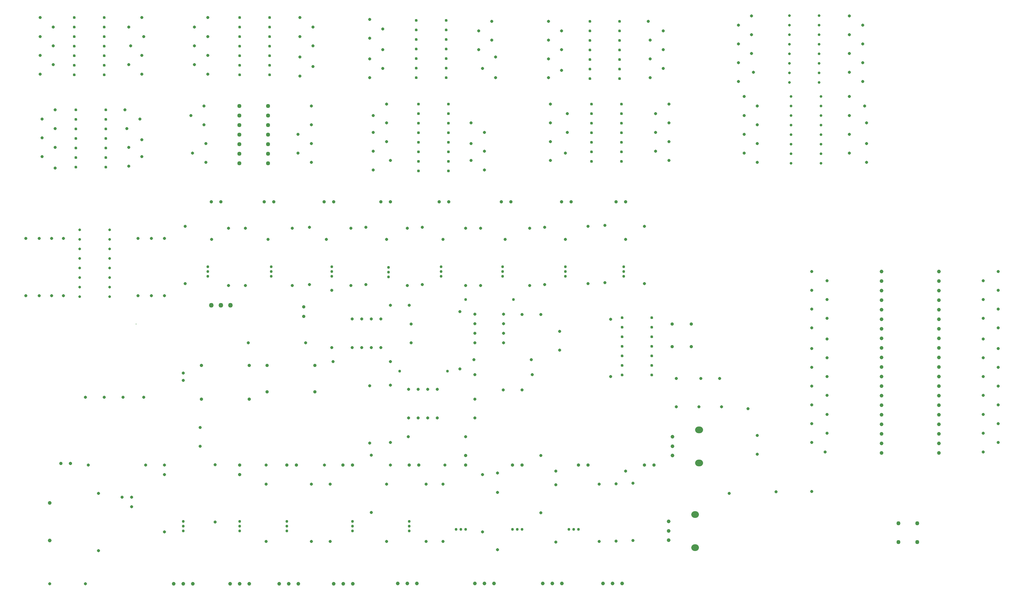
<source format=gbr>
%TF.GenerationSoftware,KiCad,Pcbnew,8.0.4*%
%TF.CreationDate,2024-09-18T10:13:40+03:00*%
%TF.ProjectId,Digital Electronic Trainer main pcb,44696769-7461-46c2-9045-6c656374726f,rev?*%
%TF.SameCoordinates,Original*%
%TF.FileFunction,Plated,1,2,PTH,Mixed*%
%TF.FilePolarity,Positive*%
%FSLAX46Y46*%
G04 Gerber Fmt 4.6, Leading zero omitted, Abs format (unit mm)*
G04 Created by KiCad (PCBNEW 8.0.4) date 2024-09-18 10:13:40*
%MOMM*%
%LPD*%
G01*
G04 APERTURE LIST*
%TA.AperFunction,ViaDrill*%
%ADD10C,0.300000*%
%TD*%
%TA.AperFunction,ComponentDrill*%
%ADD11C,0.740000*%
%TD*%
%TA.AperFunction,ComponentDrill*%
%ADD12C,0.750000*%
%TD*%
%TA.AperFunction,ComponentDrill*%
%ADD13C,0.770000*%
%TD*%
%TA.AperFunction,ComponentDrill*%
%ADD14C,0.780000*%
%TD*%
%TA.AperFunction,ComponentDrill*%
%ADD15C,0.800000*%
%TD*%
%TA.AperFunction,ComponentDrill*%
%ADD16C,0.812800*%
%TD*%
%TA.AperFunction,ComponentDrill*%
%ADD17C,0.900000*%
%TD*%
%TA.AperFunction,ComponentDrill*%
%ADD18C,1.000000*%
%TD*%
%TA.AperFunction,ComponentDrill*%
%ADD19C,1.100000*%
%TD*%
%TA.AperFunction,ComponentDrill*%
%ADD20C,1.117600*%
%TD*%
%TA.AperFunction,ComponentDrill*%
%ADD21C,1.270000*%
%TD*%
G04 aperture for slot hole*
%TA.AperFunction,ComponentDrill*%
%ADD22C,1.800000*%
%TD*%
G04 APERTURE END LIST*
D10*
X45000000Y-100000000D03*
X45000000Y-100000000D03*
X45000000Y-100000000D03*
D11*
%TO.C,U14*%
X30000000Y-74920000D03*
X30000000Y-77460000D03*
X30000000Y-80000000D03*
X30000000Y-82540000D03*
X30000000Y-85080000D03*
X30000000Y-87620000D03*
X30000000Y-90160000D03*
X30000000Y-92700000D03*
X37940000Y-74920000D03*
X37940000Y-77460000D03*
X37940000Y-80000000D03*
X37940000Y-82540000D03*
X37940000Y-85080000D03*
X37940000Y-87620000D03*
X37940000Y-90160000D03*
X37940000Y-92700000D03*
%TO.C,J-K_F.F*%
X218500000Y-17960000D03*
X218500000Y-20500000D03*
X218500000Y-23040000D03*
X218500000Y-25580000D03*
X218500000Y-28120000D03*
X218500000Y-30660000D03*
X218500000Y-33200000D03*
X218500000Y-35740000D03*
X219000000Y-39460000D03*
X219000000Y-42000000D03*
X219000000Y-44540000D03*
X219000000Y-47080000D03*
X219000000Y-49620000D03*
X219000000Y-52160000D03*
X219000000Y-54700000D03*
X219000000Y-57240000D03*
X226440000Y-17960000D03*
X226440000Y-20500000D03*
X226440000Y-23040000D03*
X226440000Y-25580000D03*
X226440000Y-28120000D03*
X226440000Y-30660000D03*
X226440000Y-33200000D03*
X226440000Y-35740000D03*
X226940000Y-39460000D03*
X226940000Y-42000000D03*
X226940000Y-44540000D03*
X226940000Y-47080000D03*
X226940000Y-49620000D03*
X226940000Y-52160000D03*
X226940000Y-54700000D03*
X226940000Y-57240000D03*
D12*
%TO.C,Q1*%
X57500000Y-152460000D03*
X57500000Y-153730000D03*
X57500000Y-155000000D03*
%TO.C,Q9*%
X64000000Y-84730000D03*
X64000000Y-86000000D03*
X64000000Y-87270000D03*
%TO.C,Q2*%
X72500000Y-152460000D03*
X72500000Y-153730000D03*
X72500000Y-155000000D03*
%TO.C,Q10*%
X80860000Y-84730000D03*
X80860000Y-86000000D03*
X80860000Y-87270000D03*
%TO.C,Q3*%
X85000000Y-152460000D03*
X85000000Y-153730000D03*
X85000000Y-155000000D03*
%TO.C,Q11*%
X97000000Y-84730000D03*
X97000000Y-86000000D03*
X97000000Y-87270000D03*
%TO.C,Q4*%
X102500000Y-152500000D03*
X102500000Y-153770000D03*
X102500000Y-155040000D03*
%TO.C,Q12*%
X112000000Y-84960000D03*
X112000000Y-86230000D03*
X112000000Y-87500000D03*
%TO.C,D34*%
X115000000Y-112500000D03*
%TO.C,Q5*%
X117500000Y-152500000D03*
X117500000Y-153770000D03*
X117500000Y-155040000D03*
%TO.C,Q13*%
X126000000Y-84730000D03*
X126000000Y-86000000D03*
X126000000Y-87270000D03*
%TO.C,D34*%
X127700000Y-112500000D03*
%TO.C,Q6*%
X129960000Y-154600000D03*
X131230000Y-154600000D03*
%TO.C,D33*%
X132500000Y-93460000D03*
%TO.C,Q6*%
X132500000Y-154600000D03*
%TO.C,Q14*%
X142360000Y-84730000D03*
X142360000Y-86000000D03*
X142360000Y-87270000D03*
%TO.C,Q7*%
X144960000Y-154600000D03*
%TO.C,D33*%
X145200000Y-93460000D03*
%TO.C,Q7*%
X146230000Y-154600000D03*
X147500000Y-154600000D03*
%TO.C,Q15*%
X159000000Y-84730000D03*
X159000000Y-86000000D03*
X159000000Y-87270000D03*
%TO.C,Q8*%
X159960000Y-154600000D03*
X161230000Y-154600000D03*
X162500000Y-154600000D03*
%TO.C,Q16*%
X174500000Y-84730000D03*
X174500000Y-86000000D03*
X174500000Y-87270000D03*
D13*
%TO.C,IC1-7400*%
X28560000Y-18500000D03*
X28560000Y-21040000D03*
X28560000Y-23580000D03*
X28560000Y-26120000D03*
X28560000Y-28660000D03*
X28560000Y-31200000D03*
X28560000Y-33740000D03*
%TO.C,IC5-7404*%
X29000000Y-43000000D03*
X29000000Y-45540000D03*
X29000000Y-48080000D03*
X29000000Y-50620000D03*
X29000000Y-53160000D03*
X29000000Y-55700000D03*
X29000000Y-58240000D03*
%TO.C,IC1-7400*%
X36500000Y-18500000D03*
X36500000Y-21040000D03*
X36500000Y-23580000D03*
X36500000Y-26120000D03*
X36500000Y-28660000D03*
X36500000Y-31200000D03*
X36500000Y-33740000D03*
%TO.C,IC5-7404*%
X36940000Y-43000000D03*
X36940000Y-45540000D03*
X36940000Y-48080000D03*
X36940000Y-50620000D03*
X36940000Y-53160000D03*
X36940000Y-55700000D03*
X36940000Y-58240000D03*
%TO.C,IC2-7402*%
X72500000Y-18500000D03*
X72500000Y-21040000D03*
X72500000Y-23580000D03*
X72500000Y-26120000D03*
X72500000Y-28660000D03*
X72500000Y-31200000D03*
X72500000Y-33740000D03*
X80440000Y-18500000D03*
X80440000Y-21040000D03*
X80440000Y-23580000D03*
X80440000Y-26120000D03*
X80440000Y-28660000D03*
X80440000Y-31200000D03*
X80440000Y-33740000D03*
%TO.C,IC3-7408*%
X119390000Y-19265000D03*
X119390000Y-21805000D03*
X119390000Y-24345000D03*
X119390000Y-26885000D03*
X119390000Y-29425000D03*
X119390000Y-31965000D03*
X119390000Y-34505000D03*
X127330000Y-19265000D03*
X127330000Y-21805000D03*
X127330000Y-24345000D03*
X127330000Y-26885000D03*
X127330000Y-29425000D03*
X127330000Y-31965000D03*
X127330000Y-34505000D03*
%TO.C,IC4-7432*%
X165500000Y-19460000D03*
X165500000Y-22000000D03*
X165500000Y-24540000D03*
X165500000Y-27080000D03*
X165500000Y-29620000D03*
X165500000Y-32160000D03*
X165500000Y-34700000D03*
%TO.C,IC8-7486*%
X166000000Y-41500000D03*
X166000000Y-44040000D03*
X166000000Y-46580000D03*
X166000000Y-49120000D03*
X166000000Y-51660000D03*
X166000000Y-54200000D03*
X166000000Y-56740000D03*
%TO.C,IC4-7432*%
X173440000Y-19460000D03*
X173440000Y-22000000D03*
X173440000Y-24540000D03*
X173440000Y-27080000D03*
X173440000Y-29620000D03*
X173440000Y-32160000D03*
X173440000Y-34700000D03*
%TO.C,IC8-7486*%
X173940000Y-41500000D03*
X173940000Y-44040000D03*
X173940000Y-46580000D03*
X173940000Y-49120000D03*
X173940000Y-51660000D03*
X173940000Y-54200000D03*
X173940000Y-56740000D03*
%TO.C,U11*%
X174060000Y-98260000D03*
X174060000Y-100800000D03*
X174060000Y-103340000D03*
X174060000Y-105880000D03*
X174060000Y-108420000D03*
X174060000Y-110960000D03*
X174060000Y-113500000D03*
X182000000Y-98260000D03*
X182000000Y-100800000D03*
X182000000Y-103340000D03*
X182000000Y-105880000D03*
X182000000Y-108420000D03*
X182000000Y-110960000D03*
X182000000Y-113500000D03*
D14*
%TO.C,IC7-7495*%
X120000000Y-41460000D03*
X120000000Y-44000000D03*
X120000000Y-46540000D03*
X120000000Y-49080000D03*
X120000000Y-51620000D03*
X120000000Y-54160000D03*
X120000000Y-56700000D03*
X120000000Y-59240000D03*
X127940000Y-41460000D03*
X127940000Y-44000000D03*
X127940000Y-46540000D03*
X127940000Y-49080000D03*
X127940000Y-51620000D03*
X127940000Y-54160000D03*
X127940000Y-56700000D03*
X127940000Y-59240000D03*
D15*
%TO.C,R52*%
X15700000Y-77200000D03*
X15700000Y-92440000D03*
%TO.C,R51*%
X19200000Y-77200000D03*
X19200000Y-92440000D03*
%TO.C,J115*%
X19500000Y-18500000D03*
%TO.C,J124*%
X19500000Y-23500000D03*
%TO.C,J119*%
X19500000Y-28500000D03*
%TO.C,J128*%
X19500000Y-33500000D03*
%TO.C,J136*%
X20000000Y-45500000D03*
%TO.C,J137*%
X20000000Y-50500000D03*
%TO.C,J138*%
X20000000Y-55500000D03*
%TO.C,J211*%
X22000000Y-169100000D03*
%TO.C,R50*%
X22500000Y-77260000D03*
X22500000Y-92500000D03*
%TO.C,J117*%
X23000000Y-21000000D03*
%TO.C,J118*%
X23000000Y-26000000D03*
%TO.C,J125*%
X23000000Y-31000000D03*
%TO.C,J129*%
X23500000Y-43000000D03*
%TO.C,J130*%
X23500000Y-48000000D03*
%TO.C,J131*%
X23500000Y-53000000D03*
%TO.C,J141*%
X23500000Y-58500000D03*
%TO.C,R49*%
X25700000Y-77260000D03*
X25700000Y-92500000D03*
%TO.C,J216*%
X31500000Y-119500000D03*
%TO.C,J212*%
X31500000Y-169100000D03*
%TO.C,R2*%
X32260000Y-137500000D03*
%TO.C,R1*%
X35000000Y-145000000D03*
X35000000Y-160240000D03*
%TO.C,J215*%
X36500000Y-119500000D03*
%TO.C,J214*%
X41500000Y-119500000D03*
%TO.C,J135*%
X42000000Y-43000000D03*
%TO.C,J142*%
X42500000Y-48000000D03*
%TO.C,J123*%
X43000000Y-21000000D03*
%TO.C,J120*%
X43000000Y-31000000D03*
%TO.C,J140*%
X43000000Y-53000000D03*
%TO.C,J139*%
X43000000Y-58000000D03*
%TO.C,J127*%
X43500000Y-26000000D03*
%TO.C,R46*%
X45500000Y-77260000D03*
X45500000Y-92500000D03*
%TO.C,J134*%
X46000000Y-45500000D03*
%TO.C,J116*%
X46500000Y-18500000D03*
%TO.C,J121*%
X46500000Y-28500000D03*
%TO.C,J126*%
X46500000Y-33500000D03*
%TO.C,J133*%
X46500000Y-51000000D03*
%TO.C,J132*%
X46500000Y-55500000D03*
%TO.C,J122*%
X47000000Y-23500000D03*
%TO.C,J213*%
X47000000Y-119500000D03*
%TO.C,R2*%
X47500000Y-137500000D03*
%TO.C,R47*%
X49000000Y-77260000D03*
X49000000Y-92500000D03*
%TO.C,R48*%
X52500000Y-77260000D03*
X52500000Y-92500000D03*
%TO.C,J210*%
X52500000Y-137500000D03*
%TO.C,R3*%
X52500000Y-140000000D03*
X52500000Y-155240000D03*
%TO.C,C8*%
X57500000Y-113000000D03*
X57500000Y-115000000D03*
%TO.C,R20*%
X58000000Y-74000000D03*
X58000000Y-89240000D03*
%TO.C,J111*%
X59500000Y-44500000D03*
%TO.C,J113*%
X60000000Y-54500000D03*
%TO.C,J90*%
X60500000Y-21000000D03*
%TO.C,J91*%
X60500000Y-26000000D03*
%TO.C,J99*%
X60500000Y-31000000D03*
%TO.C,C7*%
X62000000Y-127500000D03*
X62000000Y-132500000D03*
%TO.C,J110*%
X63000000Y-42000000D03*
%TO.C,J112*%
X63000000Y-47000000D03*
%TO.C,J103*%
X63500000Y-52000000D03*
%TO.C,J114*%
X63500000Y-57000000D03*
%TO.C,J89*%
X64000000Y-18500000D03*
%TO.C,J98*%
X64000000Y-23500000D03*
%TO.C,J92*%
X64000000Y-28500000D03*
%TO.C,J102*%
X64000000Y-33500000D03*
%TO.C,J195*%
X65000000Y-77500000D03*
%TO.C,R4*%
X66000000Y-137380000D03*
X66000000Y-152620000D03*
%TO.C,R21*%
X69500000Y-74500000D03*
X69500000Y-89740000D03*
%TO.C,R22*%
X74000000Y-74500000D03*
X74000000Y-89740000D03*
%TO.C,R37*%
X74760000Y-105000000D03*
%TO.C,J209*%
X79500000Y-137500000D03*
%TO.C,R5*%
X79500000Y-142600000D03*
X79500000Y-157840000D03*
%TO.C,J196*%
X80000000Y-77500000D03*
%TO.C,R23*%
X86500000Y-74500000D03*
X86500000Y-89740000D03*
%TO.C,J107*%
X88000000Y-49500000D03*
%TO.C,J105*%
X88000000Y-54500000D03*
%TO.C,J97*%
X88500000Y-18500000D03*
%TO.C,J95*%
X88500000Y-23500000D03*
%TO.C,J94*%
X88500000Y-29000000D03*
%TO.C,J100*%
X88500000Y-34000000D03*
%TO.C,R37*%
X90000000Y-105000000D03*
%TO.C,R24*%
X91000000Y-74260000D03*
X91000000Y-89500000D03*
%TO.C,J109*%
X91500000Y-42000000D03*
%TO.C,J104*%
X91500000Y-47000000D03*
%TO.C,J108*%
X91500000Y-52000000D03*
%TO.C,J106*%
X91500000Y-57000000D03*
%TO.C,R6*%
X91500000Y-142600000D03*
X91500000Y-157840000D03*
%TO.C,J96*%
X92000000Y-21000000D03*
%TO.C,J101*%
X92000000Y-26000000D03*
%TO.C,J93*%
X92000000Y-31500000D03*
%TO.C,J208*%
X95000000Y-137500000D03*
%TO.C,J197*%
X95500000Y-77500000D03*
%TO.C,R7*%
X96500000Y-142600000D03*
X96500000Y-157840000D03*
%TO.C,R36*%
X97000000Y-91000000D03*
X97000000Y-106240000D03*
%TO.C,R38*%
X97260000Y-110000000D03*
%TO.C,R25*%
X102000000Y-74500000D03*
X102000000Y-89740000D03*
%TO.C,U1*%
X102380000Y-98680000D03*
X102380000Y-106300000D03*
X104920000Y-98680000D03*
X104920000Y-106300000D03*
%TO.C,R26*%
X106000000Y-74260000D03*
X106000000Y-89500000D03*
%TO.C,J81*%
X107000000Y-19000000D03*
%TO.C,J77*%
X107000000Y-24000000D03*
%TO.C,J84*%
X107000000Y-29500000D03*
%TO.C,J75*%
X107000000Y-34500000D03*
%TO.C,R43*%
X107000000Y-116460000D03*
X107000000Y-131700000D03*
%TO.C,U1*%
X107460000Y-98680000D03*
X107460000Y-106300000D03*
%TO.C,R8*%
X107500000Y-134880000D03*
X107500000Y-150120000D03*
%TO.C,J68*%
X108000000Y-44500000D03*
%TO.C,J70*%
X108000000Y-49000000D03*
%TO.C,J72*%
X108000000Y-54000000D03*
%TO.C,J74*%
X108000000Y-59000000D03*
%TO.C,U1*%
X110000000Y-98680000D03*
X110000000Y-106300000D03*
%TO.C,J82*%
X110500000Y-21500000D03*
%TO.C,J83*%
X110500000Y-27000000D03*
%TO.C,J78*%
X110500000Y-32000000D03*
%TO.C,J67*%
X111500000Y-41500000D03*
%TO.C,J69*%
X111500000Y-46500000D03*
%TO.C,J71*%
X111500000Y-51500000D03*
%TO.C,J198*%
X111500000Y-77500000D03*
%TO.C,R9*%
X111500000Y-142600000D03*
X111500000Y-157840000D03*
%TO.C,J66*%
X112500000Y-56500000D03*
%TO.C,C1*%
X112500000Y-95000000D03*
%TO.C,R38*%
X112500000Y-110000000D03*
%TO.C,R42*%
X112500000Y-116220000D03*
X112500000Y-131460000D03*
%TO.C,J207*%
X112500000Y-137500000D03*
%TO.C,R27*%
X117000000Y-74500000D03*
X117000000Y-89740000D03*
%TO.C,R44*%
X117260000Y-130000000D03*
%TO.C,U3*%
X117380000Y-117380000D03*
X117380000Y-125000000D03*
%TO.C,C1*%
X117500000Y-95000000D03*
%TO.C,C2*%
X118000000Y-100000000D03*
X118000000Y-105000000D03*
%TO.C,U3*%
X119920000Y-117380000D03*
X119920000Y-125000000D03*
%TO.C,R28*%
X121000000Y-74260000D03*
X121000000Y-89500000D03*
%TO.C,R10*%
X122000000Y-142600000D03*
X122000000Y-157840000D03*
%TO.C,U3*%
X122460000Y-117380000D03*
X122460000Y-125000000D03*
X125000000Y-117380000D03*
X125000000Y-125000000D03*
%TO.C,J199*%
X126500000Y-77500000D03*
%TO.C,R11*%
X126500000Y-142600000D03*
X126500000Y-157840000D03*
%TO.C,J206*%
X127000000Y-137500000D03*
%TO.C,R39*%
X131000000Y-96720000D03*
X131000000Y-111960000D03*
%TO.C,R29*%
X132500000Y-74500000D03*
X132500000Y-89740000D03*
%TO.C,R44*%
X132500000Y-130000000D03*
%TO.C,J65*%
X134000000Y-46500000D03*
%TO.C,J62*%
X134000000Y-52000000D03*
%TO.C,J64*%
X134000000Y-56500000D03*
%TO.C,R40*%
X134760000Y-109460000D03*
%TO.C,U2*%
X135000000Y-97380000D03*
X135000000Y-99920000D03*
X135000000Y-102460000D03*
X135000000Y-105000000D03*
%TO.C,R41*%
X135000000Y-113460000D03*
%TO.C,C6*%
X135000000Y-120000000D03*
X135000000Y-125000000D03*
%TO.C,J88*%
X136000000Y-22000000D03*
%TO.C,J80*%
X136000000Y-27000000D03*
%TO.C,R30*%
X136500000Y-74500000D03*
X136500000Y-89740000D03*
%TO.C,J85*%
X137000000Y-32000000D03*
%TO.C,R12*%
X137000000Y-140000000D03*
X137000000Y-155240000D03*
%TO.C,J61*%
X137500000Y-49000000D03*
%TO.C,J63*%
X137500000Y-54000000D03*
%TO.C,J73*%
X137500000Y-59000000D03*
%TO.C,J76*%
X139500000Y-19500000D03*
%TO.C,J87*%
X139500000Y-24500000D03*
%TO.C,J86*%
X140500000Y-29000000D03*
%TO.C,J79*%
X140500000Y-34500000D03*
%TO.C,J205*%
X141000000Y-139600000D03*
%TO.C,R13*%
X141000000Y-144760000D03*
X141000000Y-160000000D03*
%TO.C,C5*%
X142500000Y-117500000D03*
%TO.C,U2*%
X142620000Y-97380000D03*
X142620000Y-99920000D03*
X142620000Y-102460000D03*
X142620000Y-105000000D03*
%TO.C,J200*%
X143000000Y-77500000D03*
%TO.C,C3*%
X147500000Y-97460000D03*
%TO.C,C5*%
X147500000Y-117500000D03*
%TO.C,R31*%
X149500000Y-74500000D03*
X149500000Y-89740000D03*
%TO.C,R40*%
X150000000Y-109460000D03*
%TO.C,R41*%
X150240000Y-113460000D03*
%TO.C,C3*%
X152500000Y-97460000D03*
%TO.C,R14*%
X152500000Y-135000000D03*
X152500000Y-150240000D03*
%TO.C,R32*%
X153500000Y-74260000D03*
X153500000Y-89500000D03*
%TO.C,J40*%
X154500000Y-19500000D03*
%TO.C,J35*%
X154500000Y-24500000D03*
%TO.C,J43*%
X154500000Y-29500000D03*
%TO.C,J39*%
X154500000Y-34500000D03*
%TO.C,J53*%
X155000000Y-41500000D03*
%TO.C,J49*%
X155000000Y-46500000D03*
%TO.C,J56*%
X155000000Y-51500000D03*
%TO.C,J217*%
X155000000Y-56500000D03*
%TO.C,J204*%
X156500000Y-139100000D03*
%TO.C,R15*%
X156500000Y-142760000D03*
X156500000Y-158000000D03*
%TO.C,C4*%
X157500000Y-101960000D03*
X157500000Y-106960000D03*
%TO.C,J41*%
X158000000Y-22000000D03*
%TO.C,J42*%
X158000000Y-27000000D03*
%TO.C,J36*%
X158000000Y-32500000D03*
%TO.C,J50*%
X159000000Y-54500000D03*
%TO.C,J201*%
X159000000Y-77500000D03*
%TO.C,J54*%
X159500000Y-44000000D03*
%TO.C,J55*%
X159500000Y-49000000D03*
%TO.C,R33*%
X165000000Y-74000000D03*
X165000000Y-89240000D03*
%TO.C,R16*%
X168000000Y-142600000D03*
X168000000Y-157840000D03*
%TO.C,R34*%
X169500000Y-73760000D03*
X169500000Y-89000000D03*
%TO.C,R45*%
X171060000Y-98760000D03*
X171060000Y-114000000D03*
%TO.C,R17*%
X172500000Y-142480000D03*
X172500000Y-157720000D03*
%TO.C,J202*%
X175000000Y-77500000D03*
%TO.C,J203*%
X175000000Y-139100000D03*
%TO.C,R18*%
X177000000Y-142360000D03*
X177000000Y-157600000D03*
%TO.C,R35*%
X180000000Y-74000000D03*
X180000000Y-89240000D03*
%TO.C,J34*%
X181000000Y-19500000D03*
%TO.C,J46*%
X181500000Y-24500000D03*
%TO.C,J45*%
X181500000Y-29500000D03*
%TO.C,J37*%
X181500000Y-34500000D03*
%TO.C,J60*%
X183000000Y-44000000D03*
%TO.C,J52*%
X183000000Y-49000000D03*
%TO.C,J57*%
X183000000Y-54000000D03*
%TO.C,J47*%
X185000000Y-22000000D03*
%TO.C,J38*%
X185000000Y-27000000D03*
%TO.C,J44*%
X185000000Y-32000000D03*
%TO.C,J48*%
X186500000Y-41500000D03*
%TO.C,J59*%
X186500000Y-46500000D03*
%TO.C,J58*%
X186500000Y-51500000D03*
%TO.C,J51*%
X186500000Y-56500000D03*
%TO.C,J183*%
X188500000Y-114500000D03*
%TO.C,J184*%
X188500000Y-122000000D03*
%TO.C,J185*%
X194500000Y-122000000D03*
%TO.C,J186*%
X195000000Y-114500000D03*
%TO.C,J187*%
X200000000Y-114500000D03*
%TO.C,J190*%
X200500000Y-122000000D03*
%TO.C,J188*%
X202500000Y-145000000D03*
%TO.C,J12*%
X205000000Y-20500000D03*
%TO.C,J14*%
X205000000Y-25500000D03*
%TO.C,J16*%
X205000000Y-30500000D03*
%TO.C,J10*%
X205000000Y-35500000D03*
%TO.C,J28*%
X206500000Y-39500000D03*
%TO.C,J30*%
X206500000Y-44500000D03*
%TO.C,J32*%
X206500000Y-49500000D03*
%TO.C,J27*%
X206500000Y-54500000D03*
%TO.C,J191*%
X207500000Y-122500000D03*
%TO.C,J11*%
X208500000Y-18000000D03*
%TO.C,J13*%
X208500000Y-23000000D03*
%TO.C,J15*%
X208500000Y-28000000D03*
%TO.C,J17*%
X209000000Y-33000000D03*
%TO.C,J29*%
X210000000Y-42000000D03*
%TO.C,J31*%
X210000000Y-47000000D03*
%TO.C,J33*%
X210000000Y-52000000D03*
%TO.C,J26*%
X210000000Y-57000000D03*
%TO.C,J194*%
X210000000Y-129600000D03*
%TO.C,J193*%
X210000000Y-134600000D03*
%TO.C,J192*%
X215000000Y-144600000D03*
%TO.C,J143*%
X224500000Y-86000000D03*
%TO.C,J145*%
X224500000Y-91000000D03*
%TO.C,J147*%
X224500000Y-96000000D03*
%TO.C,J149*%
X224500000Y-101000000D03*
%TO.C,J151*%
X224500000Y-106500000D03*
%TO.C,J153*%
X224500000Y-111500000D03*
%TO.C,J155*%
X224500000Y-116500000D03*
%TO.C,J157*%
X224500000Y-121500000D03*
%TO.C,J159*%
X224500000Y-126500000D03*
%TO.C,J161*%
X224500000Y-131500000D03*
%TO.C,J189*%
X224500000Y-144500000D03*
%TO.C,J162*%
X228000000Y-134000000D03*
%TO.C,J144*%
X228500000Y-88500000D03*
%TO.C,J146*%
X228500000Y-93500000D03*
%TO.C,J148*%
X228500000Y-98500000D03*
%TO.C,J150*%
X228500000Y-104000000D03*
%TO.C,J152*%
X228500000Y-109000000D03*
%TO.C,J154*%
X228500000Y-114000000D03*
%TO.C,J156*%
X228500000Y-119000000D03*
%TO.C,J158*%
X228500000Y-124000000D03*
%TO.C,J160*%
X228500000Y-129000000D03*
%TO.C,J2*%
X234500000Y-18000000D03*
%TO.C,J4*%
X234500000Y-23000000D03*
%TO.C,J6*%
X234500000Y-28000000D03*
%TO.C,J8*%
X234500000Y-33000000D03*
%TO.C,J18*%
X234500000Y-39500000D03*
%TO.C,J20*%
X234500000Y-44500000D03*
%TO.C,J22*%
X234500000Y-49500000D03*
%TO.C,J24*%
X234500000Y-54500000D03*
%TO.C,J3*%
X238000000Y-20500000D03*
%TO.C,J5*%
X238000000Y-25500000D03*
%TO.C,J7*%
X238000000Y-30500000D03*
%TO.C,J9*%
X238000000Y-35500000D03*
%TO.C,J19*%
X238500000Y-42000000D03*
%TO.C,J21*%
X239000000Y-46500000D03*
%TO.C,J23*%
X239000000Y-52000000D03*
%TO.C,J25*%
X239000000Y-57000000D03*
%TO.C,J164*%
X270000000Y-88500000D03*
%TO.C,J166*%
X270000000Y-93500000D03*
%TO.C,J168*%
X270000000Y-98500000D03*
%TO.C,J170*%
X270000000Y-104000000D03*
%TO.C,J172*%
X270000000Y-109000000D03*
%TO.C,J174*%
X270000000Y-114000000D03*
%TO.C,J176*%
X270000000Y-119000000D03*
%TO.C,J178*%
X270000000Y-124000000D03*
%TO.C,J180*%
X270000000Y-129000000D03*
%TO.C,J182*%
X270000000Y-134000000D03*
%TO.C,J163*%
X274000000Y-86000000D03*
%TO.C,J165*%
X274000000Y-91000000D03*
%TO.C,J167*%
X274000000Y-96000000D03*
%TO.C,J169*%
X274000000Y-101000000D03*
%TO.C,J171*%
X274000000Y-106500000D03*
%TO.C,J173*%
X274000000Y-111500000D03*
%TO.C,J175*%
X274000000Y-116500000D03*
%TO.C,J177*%
X274000000Y-121500000D03*
%TO.C,J179*%
X274000000Y-126500000D03*
%TO.C,J181*%
X274000000Y-131500000D03*
D16*
%TO.C,Q17*%
X41230000Y-146060000D03*
X43770000Y-146060000D03*
X43770000Y-148600000D03*
D17*
%TO.C,D1*%
X24960000Y-137100000D03*
X27500000Y-137100000D03*
%TO.C,D35*%
X62300000Y-111000000D03*
%TO.C,D36*%
X62300000Y-120000000D03*
%TO.C,D10*%
X64960000Y-67500000D03*
X67500000Y-67500000D03*
%TO.C,D2*%
X72500000Y-137500000D03*
X72500000Y-140040000D03*
%TO.C,D35*%
X75000000Y-111000000D03*
%TO.C,D36*%
X75000000Y-120000000D03*
%TO.C,D11*%
X79000000Y-67500000D03*
%TO.C,D37*%
X79800000Y-111000000D03*
%TO.C,D38*%
X79800000Y-118000000D03*
%TO.C,D11*%
X81540000Y-67500000D03*
%TO.C,D3*%
X85000000Y-137500000D03*
X87540000Y-137500000D03*
%TO.C,D20*%
X89500000Y-95460000D03*
X89500000Y-98000000D03*
%TO.C,D37*%
X92500000Y-111000000D03*
%TO.C,D38*%
X92500000Y-118000000D03*
%TO.C,D12*%
X94960000Y-67500000D03*
X97500000Y-67500000D03*
%TO.C,D4*%
X99960000Y-137500000D03*
X102500000Y-137500000D03*
%TO.C,D13*%
X110000000Y-67500000D03*
X112540000Y-67500000D03*
%TO.C,D5*%
X117500000Y-137500000D03*
X120040000Y-137500000D03*
%TO.C,D14*%
X125500000Y-67500000D03*
X128040000Y-67500000D03*
%TO.C,D6*%
X132500000Y-135000000D03*
X132500000Y-137540000D03*
%TO.C,D15*%
X142000000Y-67500000D03*
X144540000Y-67500000D03*
%TO.C,D7*%
X145000000Y-137500000D03*
X147540000Y-137500000D03*
%TO.C,D16*%
X158000000Y-67500000D03*
X160540000Y-67500000D03*
%TO.C,D8*%
X162460000Y-137500000D03*
X165000000Y-137500000D03*
%TO.C,D17*%
X172500000Y-67500000D03*
X175040000Y-67500000D03*
%TO.C,D9*%
X180000000Y-137500000D03*
X182540000Y-137500000D03*
%TO.C,SW14*%
X187422500Y-100000000D03*
X187422500Y-106000000D03*
X192422500Y-100000000D03*
X192422500Y-106000000D03*
D18*
%TO.C,BZ1*%
X22000000Y-147600000D03*
X22000000Y-157600000D03*
%TO.C,SW1*%
X54960000Y-169100000D03*
X57500000Y-169100000D03*
X60040000Y-169100000D03*
%TO.C,SW2*%
X69960000Y-169100000D03*
X72500000Y-169100000D03*
X75040000Y-169100000D03*
%TO.C,SW3*%
X82960000Y-169100000D03*
X85500000Y-169100000D03*
X88040000Y-169100000D03*
%TO.C,SW4*%
X97500000Y-169100000D03*
X100040000Y-169100000D03*
X102580000Y-169100000D03*
%TO.C,SW5*%
X114500000Y-169000000D03*
X117040000Y-169000000D03*
X119580000Y-169000000D03*
%TO.C,SW6*%
X135000000Y-169000000D03*
X137540000Y-169000000D03*
X140080000Y-169000000D03*
%TO.C,SW7*%
X153000000Y-169000000D03*
X155540000Y-169000000D03*
X158080000Y-169000000D03*
%TO.C,SW8*%
X169000000Y-169000000D03*
X171540000Y-169000000D03*
X174080000Y-169000000D03*
%TO.C,RV1*%
X186450000Y-152500000D03*
X186450000Y-155000000D03*
X186450000Y-157500000D03*
%TO.C,RV2*%
X187500000Y-130000000D03*
X187500000Y-132500000D03*
X187500000Y-135000000D03*
%TO.C,J1*%
X243000000Y-86000000D03*
X243000000Y-88540000D03*
X243000000Y-91080000D03*
X243000000Y-93620000D03*
X243000000Y-96160000D03*
X243000000Y-98700000D03*
X243000000Y-101240000D03*
X243000000Y-103780000D03*
X243000000Y-106320000D03*
X243000000Y-108860000D03*
X243000000Y-111400000D03*
X243000000Y-113940000D03*
X243000000Y-116480000D03*
X243000000Y-119020000D03*
X243000000Y-121560000D03*
X243000000Y-124100000D03*
X243000000Y-126640000D03*
X243000000Y-129180000D03*
X243000000Y-131720000D03*
X243000000Y-134260000D03*
X258240000Y-86000000D03*
X258240000Y-88540000D03*
X258240000Y-91080000D03*
X258240000Y-93620000D03*
X258240000Y-96160000D03*
X258240000Y-98700000D03*
X258240000Y-101240000D03*
X258240000Y-103780000D03*
X258240000Y-106320000D03*
X258240000Y-108860000D03*
X258240000Y-111400000D03*
X258240000Y-113940000D03*
X258240000Y-116480000D03*
X258240000Y-119020000D03*
X258240000Y-121560000D03*
X258240000Y-124100000D03*
X258240000Y-126640000D03*
X258240000Y-129180000D03*
X258240000Y-131720000D03*
X258240000Y-134260000D03*
D19*
%TO.C,SW16*%
X247500000Y-153000000D03*
X247500000Y-158000000D03*
X252500000Y-153000000D03*
X252500000Y-158000000D03*
D20*
%TO.C,IC6-7490*%
X72380000Y-41960000D03*
X72380000Y-44500000D03*
X72380000Y-47040000D03*
X72380000Y-49580000D03*
X72380000Y-52120000D03*
X72380000Y-54660000D03*
X72380000Y-57200000D03*
X80000000Y-41960000D03*
X80000000Y-44500000D03*
X80000000Y-47040000D03*
X80000000Y-49580000D03*
X80000000Y-52120000D03*
X80000000Y-54660000D03*
X80000000Y-57200000D03*
D21*
%TO.C,U4*%
X64950000Y-95000000D03*
X67500000Y-95000000D03*
X70050000Y-95000000D03*
D22*
%TO.C,RV1*%
X193600000Y-150600000D02*
X193300000Y-150600000D01*
X193600000Y-159400000D02*
X193300000Y-159400000D01*
%TO.C,RV2*%
X194650000Y-128100000D02*
X194350000Y-128100000D01*
X194650000Y-136900000D02*
X194350000Y-136900000D01*
M02*

</source>
